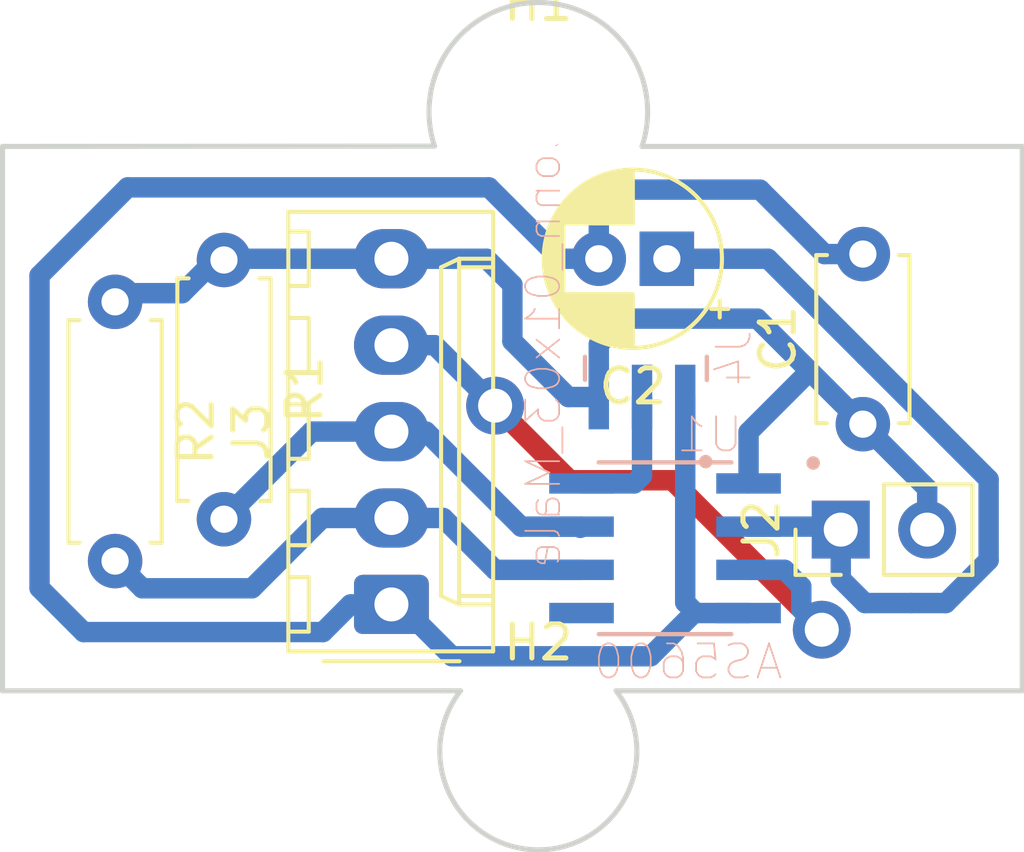
<source format=kicad_pcb>
(kicad_pcb (version 20171130) (host pcbnew "(5.1.2)-2")

  (general
    (thickness 1.6)
    (drawings 10)
    (tracks 83)
    (zones 0)
    (modules 10)
    (nets 9)
  )

  (page A4)
  (layers
    (0 F.Cu signal hide)
    (31 B.Cu signal)
    (32 B.Adhes user)
    (33 F.Adhes user)
    (34 B.Paste user)
    (35 F.Paste user)
    (36 B.SilkS user)
    (37 F.SilkS user)
    (38 B.Mask user)
    (39 F.Mask user)
    (40 Dwgs.User user)
    (41 Cmts.User user)
    (42 Eco1.User user)
    (43 Eco2.User user)
    (44 Edge.Cuts user)
    (45 Margin user)
    (46 B.CrtYd user)
    (47 F.CrtYd user)
    (48 B.Fab user)
    (49 F.Fab user)
  )

  (setup
    (last_trace_width 0.6)
    (trace_clearance 0.3)
    (zone_clearance 0.508)
    (zone_45_only no)
    (trace_min 0.5)
    (via_size 1.7)
    (via_drill 0.8)
    (via_min_size 0.4)
    (via_min_drill 0.3)
    (uvia_size 0.3)
    (uvia_drill 0.1)
    (uvias_allowed no)
    (uvia_min_size 0.2)
    (uvia_min_drill 0.1)
    (edge_width 0.15)
    (segment_width 0.2)
    (pcb_text_width 0.3)
    (pcb_text_size 1.5 1.5)
    (mod_edge_width 0.15)
    (mod_text_size 1 1)
    (mod_text_width 0.15)
    (pad_size 2.2 2.2)
    (pad_drill 2.2)
    (pad_to_mask_clearance 0.051)
    (solder_mask_min_width 0.25)
    (aux_axis_origin 0 0)
    (visible_elements 7FFFFFFF)
    (pcbplotparams
      (layerselection 0x01000_7ffffffe)
      (usegerberextensions false)
      (usegerberattributes false)
      (usegerberadvancedattributes false)
      (creategerberjobfile false)
      (excludeedgelayer true)
      (linewidth 0.100000)
      (plotframeref false)
      (viasonmask false)
      (mode 1)
      (useauxorigin false)
      (hpglpennumber 1)
      (hpglpenspeed 20)
      (hpglpendiameter 15.000000)
      (psnegative false)
      (psa4output false)
      (plotreference true)
      (plotvalue true)
      (plotinvisibletext false)
      (padsonsilk false)
      (subtractmaskfromsilk false)
      (outputformat 1)
      (mirror false)
      (drillshape 0)
      (scaleselection 1)
      (outputdirectory "v2/"))
  )

  (net 0 "")
  (net 1 +5V)
  (net 2 GND)
  (net 3 "Net-(C2-Pad1)")
  (net 4 SDA)
  (net 5 SCL)
  (net 6 OUT)
  (net 7 DIR)
  (net 8 "Net-(U1-Pad5)")

  (net_class Default "This is the default net class."
    (clearance 0.3)
    (trace_width 0.6)
    (via_dia 1.7)
    (via_drill 0.8)
    (uvia_dia 0.3)
    (uvia_drill 0.1)
    (diff_pair_width 0.6)
    (diff_pair_gap 0.25)
    (add_net +5V)
    (add_net DIR)
    (add_net GND)
    (add_net "Net-(C2-Pad1)")
    (add_net "Net-(U1-Pad5)")
    (add_net OUT)
    (add_net SCL)
    (add_net SDA)
  )

  (module AS5600-breakout:MountingHole_2.2mm_M2_small (layer F.Cu) (tedit 5CFC3FC6) (tstamp 5CFC7D37)
    (at 104.394 105.918)
    (descr "Mounting Hole 2.2mm, no annular, M2")
    (tags "mounting hole 2.2mm no annular m2")
    (path /5CFDC0C0)
    (attr virtual)
    (fp_text reference H2 (at 0 -3.2) (layer F.SilkS)
      (effects (font (size 1 1) (thickness 0.15)))
    )
    (fp_text value MountingHole (at 0 3.2) (layer F.Fab)
      (effects (font (size 1 1) (thickness 0.15)))
    )
    (fp_circle (center 0 0) (end 2.1 0) (layer F.CrtYd) (width 0.05))
    (fp_circle (center 0 0) (end 2 0) (layer Cmts.User) (width 0.15))
    (fp_text user %R (at 0.3 0) (layer F.Fab)
      (effects (font (size 1 1) (thickness 0.15)))
    )
    (pad 1 np_thru_hole circle (at 0 0) (size 2.2 2.2) (drill 2.2) (layers *.Cu *.Mask))
  )

  (module AS5600-breakout:MountingHole_2.2mm_M2_small (layer F.Cu) (tedit 5D058496) (tstamp 5CFC7D2F)
    (at 104.394 87.122)
    (descr "Mounting Hole 2.2mm, no annular, M2")
    (tags "mounting hole 2.2mm no annular m2")
    (path /5CFDB7FC)
    (attr virtual)
    (fp_text reference H1 (at 0 -3.2) (layer F.SilkS)
      (effects (font (size 1 1) (thickness 0.15)))
    )
    (fp_text value MountingHole (at 0 3.2) (layer F.Fab)
      (effects (font (size 1 1) (thickness 0.15)))
    )
    (fp_circle (center 0 0) (end 2.1 0) (layer F.CrtYd) (width 0.05))
    (fp_circle (center 0 0) (end 2 0) (layer Cmts.User) (width 0.15))
    (fp_text user %R (at 0.3 0) (layer F.Fab)
      (effects (font (size 1 1) (thickness 0.15)))
    )
    (pad "" np_thru_hole circle (at 0 0) (size 2.2 2.2) (drill 2.2) (layers *.Cu *.Mask))
  )

  (module Connector_Molex:Molex_KK-254_AE-6410-05A_1x05_P2.54mm_Vertical (layer F.Cu) (tedit 5D058485) (tstamp 5D041880)
    (at 100.076 101.6 90)
    (descr "Molex KK-254 Interconnect System, old/engineering part number: AE-6410-05A example for new part number: 22-27-2051, 5 Pins (http://www.molex.com/pdm_docs/sd/022272021_sd.pdf), generated with kicad-footprint-generator")
    (tags "connector Molex KK-254 side entry")
    (path /5CF784F9)
    (fp_text reference J3 (at 5.08 -4.12 90) (layer F.SilkS)
      (effects (font (size 1 1) (thickness 0.15)))
    )
    (fp_text value Conn_01x05_Female (at 5.08 4.08 90) (layer F.Fab)
      (effects (font (size 1 1) (thickness 0.15)))
    )
    (fp_line (start -1.27 -2.92) (end -1.27 2.88) (layer F.Fab) (width 0.1))
    (fp_line (start -1.27 2.88) (end 11.43 2.88) (layer F.Fab) (width 0.1))
    (fp_line (start 11.43 2.88) (end 11.43 -2.92) (layer F.Fab) (width 0.1))
    (fp_line (start 11.43 -2.92) (end -1.27 -2.92) (layer F.Fab) (width 0.1))
    (fp_line (start -1.38 -3.03) (end -1.38 2.99) (layer F.SilkS) (width 0.12))
    (fp_line (start -1.38 2.99) (end 11.54 2.99) (layer F.SilkS) (width 0.12))
    (fp_line (start 11.54 2.99) (end 11.54 -3.03) (layer F.SilkS) (width 0.12))
    (fp_line (start 11.54 -3.03) (end -1.38 -3.03) (layer F.SilkS) (width 0.12))
    (fp_line (start -1.67 -2) (end -1.67 2) (layer F.SilkS) (width 0.12))
    (fp_line (start -1.27 -0.5) (end -0.562893 0) (layer F.Fab) (width 0.1))
    (fp_line (start -0.562893 0) (end -1.27 0.5) (layer F.Fab) (width 0.1))
    (fp_line (start 0 2.99) (end 0 1.99) (layer F.SilkS) (width 0.12))
    (fp_line (start 0 1.99) (end 10.16 1.99) (layer F.SilkS) (width 0.12))
    (fp_line (start 10.16 1.99) (end 10.16 2.99) (layer F.SilkS) (width 0.12))
    (fp_line (start 0 1.99) (end 0.25 1.46) (layer F.SilkS) (width 0.12))
    (fp_line (start 0.25 1.46) (end 9.91 1.46) (layer F.SilkS) (width 0.12))
    (fp_line (start 9.91 1.46) (end 10.16 1.99) (layer F.SilkS) (width 0.12))
    (fp_line (start 0.25 2.99) (end 0.25 1.99) (layer F.SilkS) (width 0.12))
    (fp_line (start 9.91 2.99) (end 9.91 1.99) (layer F.SilkS) (width 0.12))
    (fp_line (start -0.8 -3.03) (end -0.8 -2.43) (layer F.SilkS) (width 0.12))
    (fp_line (start -0.8 -2.43) (end 0.8 -2.43) (layer F.SilkS) (width 0.12))
    (fp_line (start 0.8 -2.43) (end 0.8 -3.03) (layer F.SilkS) (width 0.12))
    (fp_line (start 1.74 -3.03) (end 1.74 -2.43) (layer F.SilkS) (width 0.12))
    (fp_line (start 1.74 -2.43) (end 3.34 -2.43) (layer F.SilkS) (width 0.12))
    (fp_line (start 3.34 -2.43) (end 3.34 -3.03) (layer F.SilkS) (width 0.12))
    (fp_line (start 4.28 -3.03) (end 4.28 -2.43) (layer F.SilkS) (width 0.12))
    (fp_line (start 4.28 -2.43) (end 5.88 -2.43) (layer F.SilkS) (width 0.12))
    (fp_line (start 5.88 -2.43) (end 5.88 -3.03) (layer F.SilkS) (width 0.12))
    (fp_line (start 6.82 -3.03) (end 6.82 -2.43) (layer F.SilkS) (width 0.12))
    (fp_line (start 6.82 -2.43) (end 8.42 -2.43) (layer F.SilkS) (width 0.12))
    (fp_line (start 8.42 -2.43) (end 8.42 -3.03) (layer F.SilkS) (width 0.12))
    (fp_line (start 9.36 -3.03) (end 9.36 -2.43) (layer F.SilkS) (width 0.12))
    (fp_line (start 9.36 -2.43) (end 10.96 -2.43) (layer F.SilkS) (width 0.12))
    (fp_line (start 10.96 -2.43) (end 10.96 -3.03) (layer F.SilkS) (width 0.12))
    (fp_line (start -1.77 -3.42) (end -1.77 3.38) (layer F.CrtYd) (width 0.05))
    (fp_line (start -1.77 3.38) (end 11.93 3.38) (layer F.CrtYd) (width 0.05))
    (fp_line (start 11.93 3.38) (end 11.93 -3.42) (layer F.CrtYd) (width 0.05))
    (fp_line (start 11.93 -3.42) (end -1.77 -3.42) (layer F.CrtYd) (width 0.05))
    (fp_text user %R (at 5.08 -2.22 90) (layer F.Fab)
      (effects (font (size 1 1) (thickness 0.15)))
    )
    (pad 1 thru_hole roundrect (at 0 0 90) (size 1.74 2.2) (drill 1) (layers *.Cu *.Mask) (roundrect_rratio 0.144)
      (net 2 GND))
    (pad 2 thru_hole oval (at 2.54 0 90) (size 1.74 2.2) (drill 1) (layers *.Cu *.Mask)
      (net 4 SDA))
    (pad 3 thru_hole oval (at 5.08 0 90) (size 1.74 2.2) (drill 1) (layers *.Cu *.Mask)
      (net 5 SCL))
    (pad 4 thru_hole oval (at 7.62 0 90) (size 1.74 2.2) (drill 1) (layers *.Cu *.Mask)
      (net 6 OUT))
    (pad 5 thru_hole oval (at 10.16 0 90) (size 1.74 2.2) (drill 1) (layers *.Cu *.Mask)
      (net 1 +5V))
    (model ${KISYS3DMOD}/Connector_Molex.3dshapes/Molex_KK-254_AE-6410-05A_1x05_P2.54mm_Vertical.wrl
      (at (xyz 0 0 0))
      (scale (xyz 1 1 1))
      (rotate (xyz 0 0 0))
    )
  )

  (module Resistor_THT:R_Axial_DIN0207_L6.3mm_D2.5mm_P7.62mm_Horizontal (layer F.Cu) (tedit 5AE5139B) (tstamp 5D041BED)
    (at 91.954 92.706 270)
    (descr "Resistor, Axial_DIN0207 series, Axial, Horizontal, pin pitch=7.62mm, 0.25W = 1/4W, length*diameter=6.3*2.5mm^2, http://cdn-reichelt.de/documents/datenblatt/B400/1_4W%23YAG.pdf")
    (tags "Resistor Axial_DIN0207 series Axial Horizontal pin pitch 7.62mm 0.25W = 1/4W length 6.3mm diameter 2.5mm")
    (path /5CF77C73)
    (fp_text reference R2 (at 3.81 -2.37 90) (layer F.SilkS)
      (effects (font (size 1 1) (thickness 0.15)))
    )
    (fp_text value 4.7k (at 3.81 2.37 90) (layer F.Fab)
      (effects (font (size 1 1) (thickness 0.15)))
    )
    (fp_line (start 0.66 -1.25) (end 0.66 1.25) (layer F.Fab) (width 0.1))
    (fp_line (start 0.66 1.25) (end 6.96 1.25) (layer F.Fab) (width 0.1))
    (fp_line (start 6.96 1.25) (end 6.96 -1.25) (layer F.Fab) (width 0.1))
    (fp_line (start 6.96 -1.25) (end 0.66 -1.25) (layer F.Fab) (width 0.1))
    (fp_line (start 0 0) (end 0.66 0) (layer F.Fab) (width 0.1))
    (fp_line (start 7.62 0) (end 6.96 0) (layer F.Fab) (width 0.1))
    (fp_line (start 0.54 -1.04) (end 0.54 -1.37) (layer F.SilkS) (width 0.12))
    (fp_line (start 0.54 -1.37) (end 7.08 -1.37) (layer F.SilkS) (width 0.12))
    (fp_line (start 7.08 -1.37) (end 7.08 -1.04) (layer F.SilkS) (width 0.12))
    (fp_line (start 0.54 1.04) (end 0.54 1.37) (layer F.SilkS) (width 0.12))
    (fp_line (start 0.54 1.37) (end 7.08 1.37) (layer F.SilkS) (width 0.12))
    (fp_line (start 7.08 1.37) (end 7.08 1.04) (layer F.SilkS) (width 0.12))
    (fp_line (start -1.05 -1.5) (end -1.05 1.5) (layer F.CrtYd) (width 0.05))
    (fp_line (start -1.05 1.5) (end 8.67 1.5) (layer F.CrtYd) (width 0.05))
    (fp_line (start 8.67 1.5) (end 8.67 -1.5) (layer F.CrtYd) (width 0.05))
    (fp_line (start 8.67 -1.5) (end -1.05 -1.5) (layer F.CrtYd) (width 0.05))
    (fp_text user %R (at 3.81 0 90) (layer F.Fab)
      (effects (font (size 1 1) (thickness 0.15)))
    )
    (pad 1 thru_hole circle (at 0 0 270) (size 1.6 1.6) (drill 0.8) (layers *.Cu *.Mask)
      (net 1 +5V))
    (pad 2 thru_hole oval (at 7.62 0 270) (size 1.6 1.6) (drill 0.8) (layers *.Cu *.Mask)
      (net 4 SDA))
    (model ${KISYS3DMOD}/Resistor_THT.3dshapes/R_Axial_DIN0207_L6.3mm_D2.5mm_P7.62mm_Horizontal.wrl
      (at (xyz 0 0 0))
      (scale (xyz 1 1 1))
      (rotate (xyz 0 0 0))
    )
  )

  (module AS5600-breakout:SOIC127_solder_switch (layer B.Cu) (tedit 5CFBE54E) (tstamp 5D0417FB)
    (at 106.807 93.049 90)
    (path /5CF78AF4)
    (attr smd)
    (fp_text reference J4 (at -1.31 3.337 270) (layer B.SilkS)
      (effects (font (size 1 1) (thickness 0.05)) (justify mirror))
    )
    (fp_text value Conn_01x03_Male (at -0.889 -2.2606 270) (layer B.SilkS)
      (effects (font (size 1 1) (thickness 0.05)) (justify mirror))
    )
    (fp_line (start -1.016 2.6924) (end -1.016 -1.3208) (layer Eco1.User) (width 0.05))
    (fp_line (start -3.655 2.7) (end -3.655 -1.3208) (layer Eco1.User) (width 0.05))
    (fp_line (start -3.655 -1.3208) (end -1.016 -1.3208) (layer Eco1.User) (width 0.05))
    (fp_line (start -3.655 2.7) (end -1.016 2.7) (layer Eco1.User) (width 0.05))
    (fp_line (start -1.27 2.45) (end -1.27 -1.016) (layer Eco2.User) (width 0.127))
    (fp_line (start -1.95 2.45) (end -1.95 -1.016) (layer Eco2.User) (width 0.127))
    (fp_line (start -1.95 -1.0414) (end -1.27 -1.0414) (layer B.SilkS) (width 0.127))
    (fp_line (start -1.9558 2.54) (end -1.27 2.54) (layer B.SilkS) (width 0.127))
    (fp_line (start -1.95 -1.016) (end -1.27 -1.016) (layer Eco2.User) (width 0.127))
    (fp_line (start -1.95 2.45) (end -1.27 2.45) (layer Eco2.User) (width 0.127))
    (fp_circle (center -4.355 2.505) (end -4.255 2.505) (layer Eco2.User) (width 0.2))
    (fp_circle (center -4.355 2.505) (end -4.255 2.505) (layer B.SilkS) (width 0.2))
    (pad 3 smd rect (at -2.455 -0.635 90) (size 1.9 0.6) (layers B.Cu B.Paste B.Mask)
      (net 1 +5V))
    (pad 2 smd rect (at -2.455 0.635 90) (size 1.9 0.6) (layers B.Cu B.Paste B.Mask)
      (net 7 DIR))
    (pad 1 smd rect (at -2.455 1.905 90) (size 1.9 0.6) (layers B.Cu B.Paste B.Mask)
      (net 2 GND))
  )

  (module Capacitor_THT:CP_Radial_D5.0mm_P2.00mm (layer F.Cu) (tedit 5CFC3233) (tstamp 5D041A5B)
    (at 108.172 91.44 180)
    (descr "CP, Radial series, Radial, pin pitch=2.00mm, , diameter=5mm, Electrolytic Capacitor")
    (tags "CP Radial series Radial pin pitch 2.00mm  diameter 5mm Electrolytic Capacitor")
    (path /5CF77A7D)
    (fp_text reference C2 (at 1 -3.75) (layer F.SilkS)
      (effects (font (size 1 1) (thickness 0.15)))
    )
    (fp_text value 1uF (at 1 3.75) (layer F.Fab)
      (effects (font (size 1 1) (thickness 0.15)))
    )
    (fp_text user %R (at 1 0) (layer F.Fab)
      (effects (font (size 1 1) (thickness 0.15)))
    )
    (fp_line (start -1.554775 -1.725) (end -1.554775 -1.225) (layer F.SilkS) (width 0.12))
    (fp_line (start -1.804775 -1.475) (end -1.304775 -1.475) (layer F.SilkS) (width 0.12))
    (fp_line (start 3.601 -0.284) (end 3.601 0.284) (layer F.SilkS) (width 0.12))
    (fp_line (start 3.561 -0.518) (end 3.561 0.518) (layer F.SilkS) (width 0.12))
    (fp_line (start 3.521 -0.677) (end 3.521 0.677) (layer F.SilkS) (width 0.12))
    (fp_line (start 3.481 -0.805) (end 3.481 0.805) (layer F.SilkS) (width 0.12))
    (fp_line (start 3.441 -0.915) (end 3.441 0.915) (layer F.SilkS) (width 0.12))
    (fp_line (start 3.401 -1.011) (end 3.401 1.011) (layer F.SilkS) (width 0.12))
    (fp_line (start 3.361 -1.098) (end 3.361 1.098) (layer F.SilkS) (width 0.12))
    (fp_line (start 3.321 -1.178) (end 3.321 1.178) (layer F.SilkS) (width 0.12))
    (fp_line (start 3.281 -1.251) (end 3.281 1.251) (layer F.SilkS) (width 0.12))
    (fp_line (start 3.241 -1.319) (end 3.241 1.319) (layer F.SilkS) (width 0.12))
    (fp_line (start 3.201 -1.383) (end 3.201 1.383) (layer F.SilkS) (width 0.12))
    (fp_line (start 3.161 -1.443) (end 3.161 1.443) (layer F.SilkS) (width 0.12))
    (fp_line (start 3.121 -1.5) (end 3.121 1.5) (layer F.SilkS) (width 0.12))
    (fp_line (start 3.081 -1.554) (end 3.081 1.554) (layer F.SilkS) (width 0.12))
    (fp_line (start 3.041 -1.605) (end 3.041 1.605) (layer F.SilkS) (width 0.12))
    (fp_line (start 3.001 1.04) (end 3.001 1.653) (layer F.SilkS) (width 0.12))
    (fp_line (start 3.001 -1.653) (end 3.001 -1.04) (layer F.SilkS) (width 0.12))
    (fp_line (start 2.961 1.04) (end 2.961 1.699) (layer F.SilkS) (width 0.12))
    (fp_line (start 2.961 -1.699) (end 2.961 -1.04) (layer F.SilkS) (width 0.12))
    (fp_line (start 2.921 1.04) (end 2.921 1.743) (layer F.SilkS) (width 0.12))
    (fp_line (start 2.921 -1.743) (end 2.921 -1.04) (layer F.SilkS) (width 0.12))
    (fp_line (start 2.881 1.04) (end 2.881 1.785) (layer F.SilkS) (width 0.12))
    (fp_line (start 2.881 -1.785) (end 2.881 -1.04) (layer F.SilkS) (width 0.12))
    (fp_line (start 2.841 1.04) (end 2.841 1.826) (layer F.SilkS) (width 0.12))
    (fp_line (start 2.841 -1.826) (end 2.841 -1.04) (layer F.SilkS) (width 0.12))
    (fp_line (start 2.801 1.04) (end 2.801 1.864) (layer F.SilkS) (width 0.12))
    (fp_line (start 2.801 -1.864) (end 2.801 -1.04) (layer F.SilkS) (width 0.12))
    (fp_line (start 2.761 1.04) (end 2.761 1.901) (layer F.SilkS) (width 0.12))
    (fp_line (start 2.761 -1.901) (end 2.761 -1.04) (layer F.SilkS) (width 0.12))
    (fp_line (start 2.721 1.04) (end 2.721 1.937) (layer F.SilkS) (width 0.12))
    (fp_line (start 2.721 -1.937) (end 2.721 -1.04) (layer F.SilkS) (width 0.12))
    (fp_line (start 2.681 1.04) (end 2.681 1.971) (layer F.SilkS) (width 0.12))
    (fp_line (start 2.681 -1.971) (end 2.681 -1.04) (layer F.SilkS) (width 0.12))
    (fp_line (start 2.641 1.04) (end 2.641 2.004) (layer F.SilkS) (width 0.12))
    (fp_line (start 2.641 -2.004) (end 2.641 -1.04) (layer F.SilkS) (width 0.12))
    (fp_line (start 2.601 1.04) (end 2.601 2.035) (layer F.SilkS) (width 0.12))
    (fp_line (start 2.601 -2.035) (end 2.601 -1.04) (layer F.SilkS) (width 0.12))
    (fp_line (start 2.561 1.04) (end 2.561 2.065) (layer F.SilkS) (width 0.12))
    (fp_line (start 2.561 -2.065) (end 2.561 -1.04) (layer F.SilkS) (width 0.12))
    (fp_line (start 2.521 1.04) (end 2.521 2.095) (layer F.SilkS) (width 0.12))
    (fp_line (start 2.521 -2.095) (end 2.521 -1.04) (layer F.SilkS) (width 0.12))
    (fp_line (start 2.481 1.04) (end 2.481 2.122) (layer F.SilkS) (width 0.12))
    (fp_line (start 2.481 -2.122) (end 2.481 -1.04) (layer F.SilkS) (width 0.12))
    (fp_line (start 2.441 1.04) (end 2.441 2.149) (layer F.SilkS) (width 0.12))
    (fp_line (start 2.441 -2.149) (end 2.441 -1.04) (layer F.SilkS) (width 0.12))
    (fp_line (start 2.401 1.04) (end 2.401 2.175) (layer F.SilkS) (width 0.12))
    (fp_line (start 2.401 -2.175) (end 2.401 -1.04) (layer F.SilkS) (width 0.12))
    (fp_line (start 2.361 1.04) (end 2.361 2.2) (layer F.SilkS) (width 0.12))
    (fp_line (start 2.361 -2.2) (end 2.361 -1.04) (layer F.SilkS) (width 0.12))
    (fp_line (start 2.321 1.04) (end 2.321 2.224) (layer F.SilkS) (width 0.12))
    (fp_line (start 2.321 -2.224) (end 2.321 -1.04) (layer F.SilkS) (width 0.12))
    (fp_line (start 2.281 1.04) (end 2.281 2.247) (layer F.SilkS) (width 0.12))
    (fp_line (start 2.281 -2.247) (end 2.281 -1.04) (layer F.SilkS) (width 0.12))
    (fp_line (start 2.241 1.04) (end 2.241 2.268) (layer F.SilkS) (width 0.12))
    (fp_line (start 2.241 -2.268) (end 2.241 -1.04) (layer F.SilkS) (width 0.12))
    (fp_line (start 2.201 1.04) (end 2.201 2.29) (layer F.SilkS) (width 0.12))
    (fp_line (start 2.201 -2.29) (end 2.201 -1.04) (layer F.SilkS) (width 0.12))
    (fp_line (start 2.161 1.04) (end 2.161 2.31) (layer F.SilkS) (width 0.12))
    (fp_line (start 2.161 -2.31) (end 2.161 -1.04) (layer F.SilkS) (width 0.12))
    (fp_line (start 2.121 1.04) (end 2.121 2.329) (layer F.SilkS) (width 0.12))
    (fp_line (start 2.121 -2.329) (end 2.121 -1.04) (layer F.SilkS) (width 0.12))
    (fp_line (start 2.081 1.04) (end 2.081 2.348) (layer F.SilkS) (width 0.12))
    (fp_line (start 2.081 -2.348) (end 2.081 -1.04) (layer F.SilkS) (width 0.12))
    (fp_line (start 2.041 1.04) (end 2.041 2.365) (layer F.SilkS) (width 0.12))
    (fp_line (start 2.041 -2.365) (end 2.041 -1.04) (layer F.SilkS) (width 0.12))
    (fp_line (start 2.001 1.04) (end 2.001 2.382) (layer F.SilkS) (width 0.12))
    (fp_line (start 2.001 -2.382) (end 2.001 -1.04) (layer F.SilkS) (width 0.12))
    (fp_line (start 1.961 1.04) (end 1.961 2.398) (layer F.SilkS) (width 0.12))
    (fp_line (start 1.961 -2.398) (end 1.961 -1.04) (layer F.SilkS) (width 0.12))
    (fp_line (start 1.921 1.04) (end 1.921 2.414) (layer F.SilkS) (width 0.12))
    (fp_line (start 1.921 -2.414) (end 1.921 -1.04) (layer F.SilkS) (width 0.12))
    (fp_line (start 1.881 1.04) (end 1.881 2.428) (layer F.SilkS) (width 0.12))
    (fp_line (start 1.881 -2.428) (end 1.881 -1.04) (layer F.SilkS) (width 0.12))
    (fp_line (start 1.841 1.04) (end 1.841 2.442) (layer F.SilkS) (width 0.12))
    (fp_line (start 1.841 -2.442) (end 1.841 -1.04) (layer F.SilkS) (width 0.12))
    (fp_line (start 1.801 1.04) (end 1.801 2.455) (layer F.SilkS) (width 0.12))
    (fp_line (start 1.801 -2.455) (end 1.801 -1.04) (layer F.SilkS) (width 0.12))
    (fp_line (start 1.761 1.04) (end 1.761 2.468) (layer F.SilkS) (width 0.12))
    (fp_line (start 1.761 -2.468) (end 1.761 -1.04) (layer F.SilkS) (width 0.12))
    (fp_line (start 1.721 1.04) (end 1.721 2.48) (layer F.SilkS) (width 0.12))
    (fp_line (start 1.721 -2.48) (end 1.721 -1.04) (layer F.SilkS) (width 0.12))
    (fp_line (start 1.68 1.04) (end 1.68 2.491) (layer F.SilkS) (width 0.12))
    (fp_line (start 1.68 -2.491) (end 1.68 -1.04) (layer F.SilkS) (width 0.12))
    (fp_line (start 1.64 1.04) (end 1.64 2.501) (layer F.SilkS) (width 0.12))
    (fp_line (start 1.64 -2.501) (end 1.64 -1.04) (layer F.SilkS) (width 0.12))
    (fp_line (start 1.6 1.04) (end 1.6 2.511) (layer F.SilkS) (width 0.12))
    (fp_line (start 1.6 -2.511) (end 1.6 -1.04) (layer F.SilkS) (width 0.12))
    (fp_line (start 1.56 1.04) (end 1.56 2.52) (layer F.SilkS) (width 0.12))
    (fp_line (start 1.56 -2.52) (end 1.56 -1.04) (layer F.SilkS) (width 0.12))
    (fp_line (start 1.52 1.04) (end 1.52 2.528) (layer F.SilkS) (width 0.12))
    (fp_line (start 1.52 -2.528) (end 1.52 -1.04) (layer F.SilkS) (width 0.12))
    (fp_line (start 1.48 1.04) (end 1.48 2.536) (layer F.SilkS) (width 0.12))
    (fp_line (start 1.48 -2.536) (end 1.48 -1.04) (layer F.SilkS) (width 0.12))
    (fp_line (start 1.44 1.04) (end 1.44 2.543) (layer F.SilkS) (width 0.12))
    (fp_line (start 1.44 -2.543) (end 1.44 -1.04) (layer F.SilkS) (width 0.12))
    (fp_line (start 1.4 1.04) (end 1.4 2.55) (layer F.SilkS) (width 0.12))
    (fp_line (start 1.4 -2.55) (end 1.4 -1.04) (layer F.SilkS) (width 0.12))
    (fp_line (start 1.36 1.04) (end 1.36 2.556) (layer F.SilkS) (width 0.12))
    (fp_line (start 1.36 -2.556) (end 1.36 -1.04) (layer F.SilkS) (width 0.12))
    (fp_line (start 1.32 1.04) (end 1.32 2.561) (layer F.SilkS) (width 0.12))
    (fp_line (start 1.32 -2.561) (end 1.32 -1.04) (layer F.SilkS) (width 0.12))
    (fp_line (start 1.28 1.04) (end 1.28 2.565) (layer F.SilkS) (width 0.12))
    (fp_line (start 1.28 -2.565) (end 1.28 -1.04) (layer F.SilkS) (width 0.12))
    (fp_line (start 1.24 1.04) (end 1.24 2.569) (layer F.SilkS) (width 0.12))
    (fp_line (start 1.24 -2.569) (end 1.24 -1.04) (layer F.SilkS) (width 0.12))
    (fp_line (start 1.2 1.04) (end 1.2 2.573) (layer F.SilkS) (width 0.12))
    (fp_line (start 1.2 -2.573) (end 1.2 -1.04) (layer F.SilkS) (width 0.12))
    (fp_line (start 1.16 1.04) (end 1.16 2.576) (layer F.SilkS) (width 0.12))
    (fp_line (start 1.16 -2.576) (end 1.16 -1.04) (layer F.SilkS) (width 0.12))
    (fp_line (start 1.12 1.04) (end 1.12 2.578) (layer F.SilkS) (width 0.12))
    (fp_line (start 1.12 -2.578) (end 1.12 -1.04) (layer F.SilkS) (width 0.12))
    (fp_line (start 1.08 1.04) (end 1.08 2.579) (layer F.SilkS) (width 0.12))
    (fp_line (start 1.08 -2.579) (end 1.08 -1.04) (layer F.SilkS) (width 0.12))
    (fp_line (start 1.04 -2.58) (end 1.04 -1.04) (layer F.SilkS) (width 0.12))
    (fp_line (start 1.04 1.04) (end 1.04 2.58) (layer F.SilkS) (width 0.12))
    (fp_line (start 1 -2.58) (end 1 -1.04) (layer F.SilkS) (width 0.12))
    (fp_line (start 1 1.04) (end 1 2.58) (layer F.SilkS) (width 0.12))
    (fp_line (start -0.883605 -1.3375) (end -0.883605 -0.8375) (layer F.Fab) (width 0.1))
    (fp_line (start -1.133605 -1.0875) (end -0.633605 -1.0875) (layer F.Fab) (width 0.1))
    (fp_circle (center 1 0) (end 3.75 0) (layer F.CrtYd) (width 0.05))
    (fp_circle (center 1 0) (end 3.62 0) (layer F.SilkS) (width 0.12))
    (fp_circle (center 1 0) (end 3.5 0) (layer F.Fab) (width 0.1))
    (pad 2 thru_hole circle (at 2 0 180) (size 1.6 1.6) (drill 0.8) (layers *.Cu *.Mask)
      (net 2 GND) (clearance 0.2))
    (pad 1 thru_hole rect (at 0 0 180) (size 1.6 1.6) (drill 0.8) (layers *.Cu *.Mask)
      (net 3 "Net-(C2-Pad1)") (clearance 0.2))
    (model ${KISYS3DMOD}/Capacitor_THT.3dshapes/CP_Radial_D5.0mm_P2.00mm.wrl
      (at (xyz 0 0 0))
      (scale (xyz 1 1 1))
      (rotate (xyz 0 0 0))
    )
  )

  (module Capacitor_THT:C_Disc_D4.7mm_W2.5mm_P5.00mm (layer F.Cu) (tedit 5AE50EF0) (tstamp 5D04163E)
    (at 113.934 96.302 90)
    (descr "C, Disc series, Radial, pin pitch=5.00mm, , diameter*width=4.7*2.5mm^2, Capacitor, http://www.vishay.com/docs/45233/krseries.pdf")
    (tags "C Disc series Radial pin pitch 5.00mm  diameter 4.7mm width 2.5mm Capacitor")
    (path /5CF7799C)
    (fp_text reference C1 (at 2.5 -2.5 90) (layer F.SilkS)
      (effects (font (size 1 1) (thickness 0.15)))
    )
    (fp_text value 100nF (at 2.5 2.5 90) (layer F.Fab)
      (effects (font (size 1 1) (thickness 0.15)))
    )
    (fp_text user %R (at 2.5 0 90) (layer F.Fab)
      (effects (font (size 0.94 0.94) (thickness 0.141)))
    )
    (fp_line (start 6.05 -1.5) (end -1.05 -1.5) (layer F.CrtYd) (width 0.05))
    (fp_line (start 6.05 1.5) (end 6.05 -1.5) (layer F.CrtYd) (width 0.05))
    (fp_line (start -1.05 1.5) (end 6.05 1.5) (layer F.CrtYd) (width 0.05))
    (fp_line (start -1.05 -1.5) (end -1.05 1.5) (layer F.CrtYd) (width 0.05))
    (fp_line (start 4.97 1.055) (end 4.97 1.37) (layer F.SilkS) (width 0.12))
    (fp_line (start 4.97 -1.37) (end 4.97 -1.055) (layer F.SilkS) (width 0.12))
    (fp_line (start 0.03 1.055) (end 0.03 1.37) (layer F.SilkS) (width 0.12))
    (fp_line (start 0.03 -1.37) (end 0.03 -1.055) (layer F.SilkS) (width 0.12))
    (fp_line (start 0.03 1.37) (end 4.97 1.37) (layer F.SilkS) (width 0.12))
    (fp_line (start 0.03 -1.37) (end 4.97 -1.37) (layer F.SilkS) (width 0.12))
    (fp_line (start 4.85 -1.25) (end 0.15 -1.25) (layer F.Fab) (width 0.1))
    (fp_line (start 4.85 1.25) (end 4.85 -1.25) (layer F.Fab) (width 0.1))
    (fp_line (start 0.15 1.25) (end 4.85 1.25) (layer F.Fab) (width 0.1))
    (fp_line (start 0.15 -1.25) (end 0.15 1.25) (layer F.Fab) (width 0.1))
    (pad 2 thru_hole circle (at 5 0 90) (size 1.6 1.6) (drill 0.8) (layers *.Cu *.Mask)
      (net 2 GND))
    (pad 1 thru_hole circle (at 0 0 90) (size 1.6 1.6) (drill 0.8) (layers *.Cu *.Mask)
      (net 1 +5V))
    (model ${KISYS3DMOD}/Capacitor_THT.3dshapes/C_Disc_D4.7mm_W2.5mm_P5.00mm.wrl
      (at (xyz 0 0 0))
      (scale (xyz 1 1 1))
      (rotate (xyz 0 0 0))
    )
  )

  (module SOIC127P600X175-8N:SOIC127P600X175-8N (layer B.Cu) (tedit 0) (tstamp 5D1095D7)
    (at 108.119 99.949 180)
    (path /5CF771DC)
    (attr smd)
    (fp_text reference U1 (at -1.31 3.337) (layer B.SilkS)
      (effects (font (size 1 1) (thickness 0.05)) (justify mirror))
    )
    (fp_text value AS5600 (at -0.675 -3.337) (layer B.SilkS)
      (effects (font (size 1 1) (thickness 0.05)) (justify mirror))
    )
    (fp_line (start 3.655 2.7) (end 3.655 -2.7) (layer Eco1.User) (width 0.05))
    (fp_line (start -3.655 2.7) (end -3.655 -2.7) (layer Eco1.User) (width 0.05))
    (fp_line (start -3.655 -2.7) (end 3.655 -2.7) (layer Eco1.User) (width 0.05))
    (fp_line (start -3.655 2.7) (end 3.655 2.7) (layer Eco1.User) (width 0.05))
    (fp_line (start 1.95 2.45) (end 1.95 -2.45) (layer Eco2.User) (width 0.127))
    (fp_line (start -1.95 2.45) (end -1.95 -2.45) (layer Eco2.User) (width 0.127))
    (fp_line (start -1.95 -2.525) (end 1.95 -2.525) (layer B.SilkS) (width 0.127))
    (fp_line (start -1.95 2.525) (end 1.95 2.525) (layer B.SilkS) (width 0.127))
    (fp_line (start -1.95 -2.45) (end 1.95 -2.45) (layer Eco2.User) (width 0.127))
    (fp_line (start -1.95 2.45) (end 1.95 2.45) (layer Eco2.User) (width 0.127))
    (fp_circle (center -4.355 2.505) (end -4.255 2.505) (layer Eco2.User) (width 0.2))
    (fp_circle (center -4.355 2.505) (end -4.255 2.505) (layer B.SilkS) (width 0.2))
    (pad 8 smd rect (at 2.455 1.905 180) (size 1.9 0.6) (layers B.Cu B.Paste B.Mask)
      (net 7 DIR))
    (pad 7 smd rect (at 2.455 0.635 180) (size 1.9 0.6) (layers B.Cu B.Paste B.Mask)
      (net 5 SCL))
    (pad 6 smd rect (at 2.455 -0.635 180) (size 1.9 0.6) (layers B.Cu B.Paste B.Mask)
      (net 4 SDA))
    (pad 5 smd rect (at 2.455 -1.905 180) (size 1.9 0.6) (layers B.Cu B.Paste B.Mask)
      (net 8 "Net-(U1-Pad5)"))
    (pad 4 smd rect (at -2.455 -1.905 180) (size 1.9 0.6) (layers B.Cu B.Paste B.Mask)
      (net 2 GND))
    (pad 3 smd rect (at -2.455 -0.635 180) (size 1.9 0.6) (layers B.Cu B.Paste B.Mask)
      (net 6 OUT))
    (pad 2 smd rect (at -2.455 0.635 180) (size 1.9 0.6) (layers B.Cu B.Paste B.Mask)
      (net 3 "Net-(C2-Pad1)"))
    (pad 1 smd rect (at -2.455 1.905 180) (size 1.9 0.6) (layers B.Cu B.Paste B.Mask)
      (net 1 +5V))
    (model ${KIPRJMOD}/AS5600-ASOM/3D/AS5600-ASOM.stp
      (at (xyz 0 0 0))
      (scale (xyz 1 1 1))
      (rotate (xyz 0 0 0))
    )
  )

  (module Connector_PinHeader_2.54mm:PinHeader_1x02_P2.54mm_Vertical (layer F.Cu) (tedit 59FED5CC) (tstamp 5D0417BB)
    (at 113.284 99.402 90)
    (descr "Through hole straight pin header, 1x02, 2.54mm pitch, single row")
    (tags "Through hole pin header THT 1x02 2.54mm single row")
    (path /5CF7AFD7)
    (fp_text reference J2 (at 0 -2.33 90) (layer F.SilkS)
      (effects (font (size 1 1) (thickness 0.15)))
    )
    (fp_text value Conn_01x02 (at 0 4.87 90) (layer F.Fab)
      (effects (font (size 1 1) (thickness 0.15)))
    )
    (fp_text user %R (at 0 1.27) (layer F.Fab)
      (effects (font (size 1 1) (thickness 0.15)))
    )
    (fp_line (start 1.8 -1.8) (end -1.8 -1.8) (layer F.CrtYd) (width 0.05))
    (fp_line (start 1.8 4.35) (end 1.8 -1.8) (layer F.CrtYd) (width 0.05))
    (fp_line (start -1.8 4.35) (end 1.8 4.35) (layer F.CrtYd) (width 0.05))
    (fp_line (start -1.8 -1.8) (end -1.8 4.35) (layer F.CrtYd) (width 0.05))
    (fp_line (start -1.33 -1.33) (end 0 -1.33) (layer F.SilkS) (width 0.12))
    (fp_line (start -1.33 0) (end -1.33 -1.33) (layer F.SilkS) (width 0.12))
    (fp_line (start -1.33 1.27) (end 1.33 1.27) (layer F.SilkS) (width 0.12))
    (fp_line (start 1.33 1.27) (end 1.33 3.87) (layer F.SilkS) (width 0.12))
    (fp_line (start -1.33 1.27) (end -1.33 3.87) (layer F.SilkS) (width 0.12))
    (fp_line (start -1.33 3.87) (end 1.33 3.87) (layer F.SilkS) (width 0.12))
    (fp_line (start -1.27 -0.635) (end -0.635 -1.27) (layer F.Fab) (width 0.1))
    (fp_line (start -1.27 3.81) (end -1.27 -0.635) (layer F.Fab) (width 0.1))
    (fp_line (start 1.27 3.81) (end -1.27 3.81) (layer F.Fab) (width 0.1))
    (fp_line (start 1.27 -1.27) (end 1.27 3.81) (layer F.Fab) (width 0.1))
    (fp_line (start -0.635 -1.27) (end 1.27 -1.27) (layer F.Fab) (width 0.1))
    (pad 2 thru_hole oval (at 0 2.54 90) (size 1.7 1.7) (drill 1) (layers *.Cu *.Mask)
      (net 1 +5V))
    (pad 1 thru_hole rect (at 0 0 90) (size 1.7 1.7) (drill 1) (layers *.Cu *.Mask)
      (net 3 "Net-(C2-Pad1)"))
    (model ${KISYS3DMOD}/Connector_PinHeader_2.54mm.3dshapes/PinHeader_1x02_P2.54mm_Vertical.wrl
      (at (xyz 0 0 0))
      (scale (xyz 1 1 1))
      (rotate (xyz 0 0 0))
    )
  )

  (module Resistor_THT:R_Axial_DIN0207_L6.3mm_D2.5mm_P7.62mm_Horizontal (layer F.Cu) (tedit 5AE5139B) (tstamp 5D041BD7)
    (at 95.154 91.476 270)
    (descr "Resistor, Axial_DIN0207 series, Axial, Horizontal, pin pitch=7.62mm, 0.25W = 1/4W, length*diameter=6.3*2.5mm^2, http://cdn-reichelt.de/documents/datenblatt/B400/1_4W%23YAG.pdf")
    (tags "Resistor Axial_DIN0207 series Axial Horizontal pin pitch 7.62mm 0.25W = 1/4W length 6.3mm diameter 2.5mm")
    (path /5CF77B50)
    (fp_text reference R1 (at 3.81 -2.37 90) (layer F.SilkS)
      (effects (font (size 1 1) (thickness 0.15)))
    )
    (fp_text value 4.7k (at 3.81 2.37 90) (layer F.Fab)
      (effects (font (size 1 1) (thickness 0.15)))
    )
    (fp_text user %R (at 3.81 0 90) (layer F.Fab)
      (effects (font (size 1 1) (thickness 0.15)))
    )
    (fp_line (start 8.67 -1.5) (end -1.05 -1.5) (layer F.CrtYd) (width 0.05))
    (fp_line (start 8.67 1.5) (end 8.67 -1.5) (layer F.CrtYd) (width 0.05))
    (fp_line (start -1.05 1.5) (end 8.67 1.5) (layer F.CrtYd) (width 0.05))
    (fp_line (start -1.05 -1.5) (end -1.05 1.5) (layer F.CrtYd) (width 0.05))
    (fp_line (start 7.08 1.37) (end 7.08 1.04) (layer F.SilkS) (width 0.12))
    (fp_line (start 0.54 1.37) (end 7.08 1.37) (layer F.SilkS) (width 0.12))
    (fp_line (start 0.54 1.04) (end 0.54 1.37) (layer F.SilkS) (width 0.12))
    (fp_line (start 7.08 -1.37) (end 7.08 -1.04) (layer F.SilkS) (width 0.12))
    (fp_line (start 0.54 -1.37) (end 7.08 -1.37) (layer F.SilkS) (width 0.12))
    (fp_line (start 0.54 -1.04) (end 0.54 -1.37) (layer F.SilkS) (width 0.12))
    (fp_line (start 7.62 0) (end 6.96 0) (layer F.Fab) (width 0.1))
    (fp_line (start 0 0) (end 0.66 0) (layer F.Fab) (width 0.1))
    (fp_line (start 6.96 -1.25) (end 0.66 -1.25) (layer F.Fab) (width 0.1))
    (fp_line (start 6.96 1.25) (end 6.96 -1.25) (layer F.Fab) (width 0.1))
    (fp_line (start 0.66 1.25) (end 6.96 1.25) (layer F.Fab) (width 0.1))
    (fp_line (start 0.66 -1.25) (end 0.66 1.25) (layer F.Fab) (width 0.1))
    (pad 2 thru_hole oval (at 7.62 0 270) (size 1.6 1.6) (drill 0.8) (layers *.Cu *.Mask)
      (net 5 SCL))
    (pad 1 thru_hole circle (at 0 0 270) (size 1.6 1.6) (drill 0.8) (layers *.Cu *.Mask)
      (net 1 +5V))
    (model ${KISYS3DMOD}/Resistor_THT.3dshapes/R_Axial_DIN0207_L6.3mm_D2.5mm_P7.62mm_Horizontal.wrl
      (at (xyz 0 0 0))
      (scale (xyz 1 1 1))
      (rotate (xyz 0 0 0))
    )
  )

  (gr_line (start 107.441999 88.137999) (end 118.618 88.138) (layer Edge.Cuts) (width 0.15) (tstamp 5CFC80EF))
  (gr_line (start 101.343255 88.129724) (end 88.646 88.138) (layer Edge.Cuts) (width 0.15) (tstamp 5CFC80EE))
  (gr_arc (start 104.394 87.122) (end 107.441999 88.137999) (angle -216.714395) (layer Edge.Cuts) (width 0.15))
  (gr_arc (start 104.394 105.918) (end 102.108001 104.140001) (angle -255.7499673) (layer Edge.Cuts) (width 0.15))
  (gr_line (start 101.6 104.14) (end 101.346 104.14) (layer Edge.Cuts) (width 0.15) (tstamp 5CFC80AC))
  (gr_line (start 101.6 104.14) (end 102.108 104.14) (layer Edge.Cuts) (width 0.15) (tstamp 5CFC80AB))
  (gr_line (start 88.646 104.14) (end 88.646 88.138) (layer Edge.Cuts) (width 0.15) (tstamp 5CFC8050))
  (gr_line (start 101.346 104.14) (end 88.646 104.14) (layer Edge.Cuts) (width 0.15))
  (gr_line (start 118.618 104.14) (end 106.679999 104.140001) (layer Edge.Cuts) (width 0.15))
  (gr_line (start 118.618 88.138) (end 118.618 104.14) (layer Edge.Cuts) (width 0.15))

  (segment (start 115.824 98.192) (end 113.934 96.302) (width 0.6) (layer B.Cu) (net 1))
  (segment (start 115.824 99.402) (end 115.824 98.192) (width 0.6) (layer B.Cu) (net 1))
  (segment (start 106.172 93.954) (end 106.926 93.2) (width 0.6) (layer B.Cu) (net 1))
  (segment (start 106.172 95.504) (end 106.172 93.954) (width 0.6) (layer B.Cu) (net 1))
  (segment (start 106.926 93.2) (end 110.832 93.2) (width 0.6) (layer B.Cu) (net 1))
  (segment (start 110.574 96.536) (end 112.371 94.739) (width 0.6) (layer B.Cu) (net 1))
  (segment (start 110.574 98.044) (end 110.574 96.536) (width 0.6) (layer B.Cu) (net 1))
  (segment (start 110.832 93.2) (end 112.371 94.739) (width 0.6) (layer B.Cu) (net 1))
  (segment (start 112.371 94.739) (end 113.934 96.302) (width 0.6) (layer B.Cu) (net 1))
  (segment (start 93.924 92.452) (end 95.154 91.222) (width 0.6) (layer B.Cu) (net 1))
  (segment (start 91.954 92.452) (end 93.924 92.452) (width 0.6) (layer B.Cu) (net 1))
  (segment (start 105.272 95.504) (end 103.632 93.864) (width 0.6) (layer B.Cu) (net 1))
  (segment (start 106.172 95.504) (end 105.272 95.504) (width 0.6) (layer B.Cu) (net 1))
  (segment (start 103.632 93.864) (end 103.632 92.202) (width 0.6) (layer B.Cu) (net 1))
  (segment (start 102.87 91.44) (end 100.076 91.44) (width 0.6) (layer B.Cu) (net 1))
  (segment (start 103.632 92.202) (end 102.87 91.44) (width 0.6) (layer B.Cu) (net 1))
  (segment (start 95.19 91.44) (end 95.154 91.476) (width 0.6) (layer B.Cu) (net 1))
  (segment (start 100.076 91.44) (end 95.19 91.44) (width 0.6) (layer B.Cu) (net 1))
  (segment (start 109.024 101.854) (end 108.712 101.542) (width 0.6) (layer B.Cu) (net 2))
  (segment (start 110.574 101.854) (end 109.024 101.854) (width 0.6) (layer B.Cu) (net 2))
  (segment (start 108.712 97.028) (end 108.712 95.504) (width 0.6) (layer B.Cu) (net 2))
  (segment (start 108.712 101.542) (end 108.712 97.028) (width 0.6) (layer B.Cu) (net 2))
  (segment (start 112.80263 91.302) (end 110.90863 89.408) (width 0.6) (layer B.Cu) (net 2))
  (segment (start 113.934 91.302) (end 112.80263 91.302) (width 0.6) (layer B.Cu) (net 2))
  (segment (start 106.172 90.30863) (end 106.172 91.44) (width 0.6) (layer B.Cu) (net 2))
  (segment (start 107.07263 89.408) (end 106.172 90.30863) (width 0.6) (layer B.Cu) (net 2))
  (segment (start 110.90863 89.408) (end 107.07263 89.408) (width 0.6) (layer B.Cu) (net 2))
  (segment (start 101.484001 102.754001) (end 100.33 101.6) (width 0.6) (layer B.Cu) (net 2))
  (segment (start 101.854 103.124) (end 101.484001 102.754001) (width 0.6) (layer B.Cu) (net 2))
  (segment (start 107.696 103.124) (end 101.854 103.124) (width 0.6) (layer B.Cu) (net 2))
  (segment (start 109.024 101.854) (end 108.966 101.854) (width 0.6) (layer B.Cu) (net 2))
  (segment (start 108.966 101.854) (end 107.696 103.124) (width 0.6) (layer B.Cu) (net 2))
  (segment (start 105.04063 91.44) (end 102.94259 89.34196) (width 0.6) (layer B.Cu) (net 2))
  (segment (start 106.172 91.44) (end 105.04063 91.44) (width 0.6) (layer B.Cu) (net 2))
  (segment (start 102.94259 89.34196) (end 92.32392 89.34196) (width 0.6) (layer B.Cu) (net 2))
  (segment (start 92.32392 89.34196) (end 89.73312 91.93276) (width 0.6) (layer B.Cu) (net 2))
  (segment (start 89.73312 91.93276) (end 89.73312 101.1174) (width 0.6) (layer B.Cu) (net 2))
  (segment (start 89.73312 101.1174) (end 91.02852 102.4128) (width 0.6) (layer B.Cu) (net 2))
  (segment (start 98.876 101.6) (end 100.076 101.6) (width 0.6) (layer B.Cu) (net 2))
  (segment (start 98.0632 102.4128) (end 98.876 101.6) (width 0.6) (layer B.Cu) (net 2))
  (segment (start 91.02852 102.4128) (end 98.0632 102.4128) (width 0.6) (layer B.Cu) (net 2))
  (segment (start 113.196 99.314) (end 113.284 99.402) (width 0.6) (layer B.Cu) (net 3))
  (segment (start 110.574 99.314) (end 113.196 99.314) (width 0.6) (layer B.Cu) (net 3))
  (segment (start 113.284 100.852) (end 113.284 99.402) (width 0.6) (layer B.Cu) (net 3))
  (segment (start 113.992 101.56) (end 113.284 100.852) (width 0.6) (layer B.Cu) (net 3))
  (segment (start 109.572 91.44) (end 108.172 91.44) (width 0.6) (layer B.Cu) (net 3))
  (segment (start 111.144002 91.44) (end 109.572 91.44) (width 0.6) (layer B.Cu) (net 3))
  (segment (start 115.356 101.56) (end 113.992 101.56) (width 0.6) (layer B.Cu) (net 3))
  (segment (start 115.356 101.56) (end 116.372 101.56) (width 0.6) (layer B.Cu) (net 3))
  (segment (start 116.372 101.56) (end 117.63 100.302) (width 0.6) (layer B.Cu) (net 3))
  (segment (start 117.63 97.925998) (end 113.987001 94.282999) (width 0.6) (layer B.Cu) (net 3))
  (segment (start 117.63 100.302) (end 117.63 97.925998) (width 0.6) (layer B.Cu) (net 3))
  (segment (start 113.987001 94.282999) (end 111.144002 91.44) (width 0.6) (layer B.Cu) (net 3))
  (segment (start 101.6 99.06) (end 100.33 99.06) (width 0.6) (layer B.Cu) (net 4))
  (segment (start 105.664 100.584) (end 103.124 100.584) (width 0.6) (layer B.Cu) (net 4))
  (segment (start 103.124 100.584) (end 101.6 99.06) (width 0.6) (layer B.Cu) (net 4))
  (segment (start 92.753999 101.125999) (end 95.978001 101.125999) (width 0.6) (layer B.Cu) (net 4))
  (segment (start 91.954 100.326) (end 92.753999 101.125999) (width 0.6) (layer B.Cu) (net 4))
  (segment (start 98.044 99.06) (end 100.076 99.06) (width 0.6) (layer B.Cu) (net 4))
  (segment (start 95.978001 101.125999) (end 98.044 99.06) (width 0.6) (layer B.Cu) (net 4))
  (segment (start 105.654 99.324) (end 105.664 99.314) (width 0.6) (layer B.Cu) (net 5))
  (segment (start 105.628 99.35) (end 105.664 99.314) (width 0.6) (layer B.Cu) (net 5))
  (segment (start 100.33 96.52) (end 101.092 96.52) (width 0.6) (layer B.Cu) (net 5))
  (segment (start 103.886 99.314) (end 105.664 99.314) (width 0.6) (layer B.Cu) (net 5))
  (segment (start 101.092 96.52) (end 103.886 99.314) (width 0.6) (layer B.Cu) (net 5))
  (segment (start 95.154 99.096) (end 97.73 96.52) (width 0.6) (layer B.Cu) (net 5))
  (segment (start 97.73 96.52) (end 100.076 96.52) (width 0.6) (layer B.Cu) (net 5))
  (segment (start 110.574 100.584) (end 111.634002 100.584) (width 0.6) (layer B.Cu) (net 6))
  (segment (start 111.634002 100.584) (end 112.124001 101.073999) (width 0.6) (layer B.Cu) (net 6))
  (via (at 112.725695 102.344305) (size 1.7) (drill 1) (layers F.Cu B.Cu) (net 6))
  (segment (start 112.124001 101.073999) (end 112.124001 101.742611) (width 0.6) (layer B.Cu) (net 6))
  (segment (start 112.124001 101.742611) (end 112.725695 102.344305) (width 0.6) (layer B.Cu) (net 6))
  (segment (start 108.331389 97.949999) (end 106.719999 97.949999) (width 0.6) (layer F.Cu) (net 6))
  (segment (start 112.725695 102.344305) (end 108.331389 97.949999) (width 0.6) (layer F.Cu) (net 6))
  (via (at 103.124 95.758) (size 1.7) (drill 1) (layers F.Cu B.Cu) (net 6) (status 1000000))
  (segment (start 108.331389 97.949999) (end 105.315999 97.949999) (width 0.6) (layer F.Cu) (net 6))
  (segment (start 105.315999 97.949999) (end 103.124 95.758) (width 0.6) (layer F.Cu) (net 6))
  (segment (start 102.274001 94.908001) (end 103.124 95.758) (width 0.6) (layer B.Cu) (net 6))
  (segment (start 101.346 93.98) (end 103.124 95.758) (width 0.6) (layer B.Cu) (net 6))
  (segment (start 100.076 93.98) (end 101.346 93.98) (width 0.6) (layer B.Cu) (net 6))
  (segment (start 107.214 98.044) (end 105.664 98.044) (width 0.6) (layer B.Cu) (net 7))
  (segment (start 107.442 97.816) (end 107.214 98.044) (width 0.6) (layer B.Cu) (net 7))
  (segment (start 107.442 95.504) (end 107.442 97.816) (width 0.6) (layer B.Cu) (net 7))

)

</source>
